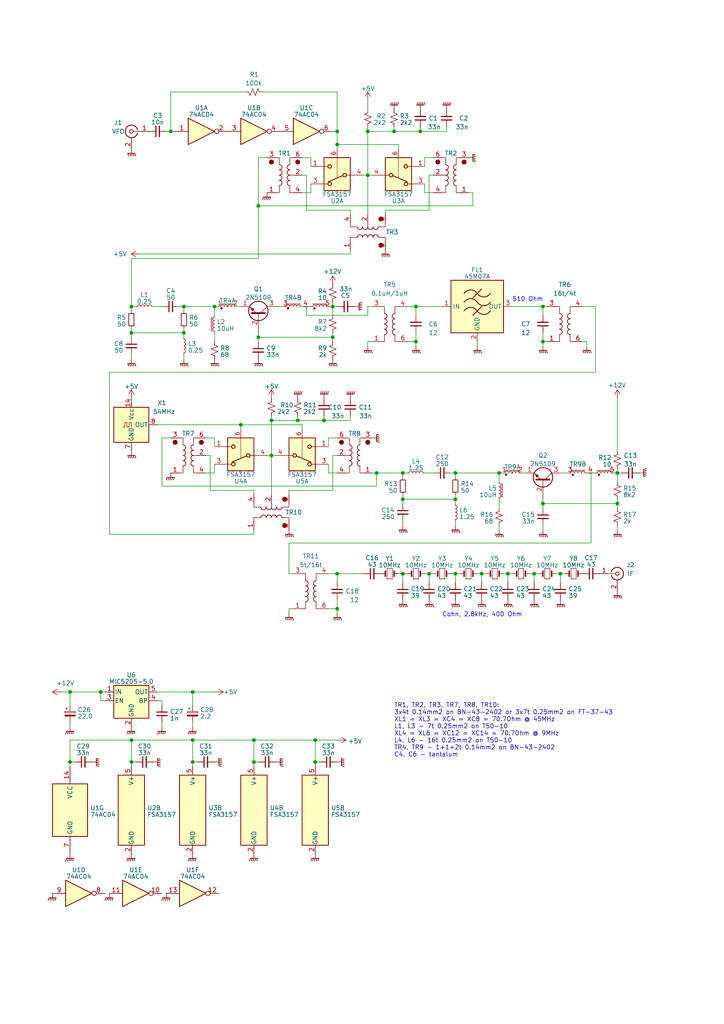
<source format=kicad_sch>
(kicad_sch (version 20230121) (generator eeschema)
  (paper "A4" portrait)
  (junction (at 29.21 200.66))
  (junction (at 116.84 137.16))
  (junction (at 97.79 166.37))
  (junction (at 91.44 220.98))
  (junction (at 106.68 50.8))
  (junction (at 179.07 146.05))
  (junction (at 179.07 137.16))
  (junction (at 162.56 166.37))
  (junction (at 109.22 137.16))
  (junction (at 97.79 41.91))
  (junction (at 62.23 88.9))
  (junction (at 93.98 121.92))
  (junction (at 78.74 121.92))
  (junction (at 157.48 99.06))
  (junction (at 97.79 176.53))
  (junction (at 132.08 137.16))
  (junction (at 38.1 220.98))
  (junction (at 38.1 96.52))
  (junction (at 49.53 38.1))
  (junction (at 74.93 59.69))
  (junction (at 20.32 200.66))
  (junction (at 20.32 220.98))
  (junction (at 132.08 144.78))
  (junction (at 55.88 200.66))
  (junction (at 116.84 144.78))
  (junction (at 106.68 38.1))
  (junction (at 144.78 137.16))
  (junction (at 114.3 38.1))
  (junction (at 78.74 132.08))
  (junction (at 120.65 88.9))
  (junction (at 139.7 166.37))
  (junction (at 86.36 121.92))
  (junction (at 91.44 214.63))
  (junction (at 96.52 88.9))
  (junction (at 157.48 146.05))
  (junction (at 38.1 214.63))
  (junction (at 73.66 220.98))
  (junction (at 116.84 166.37))
  (junction (at 55.88 214.63))
  (junction (at 121.92 38.1))
  (junction (at 53.34 88.9))
  (junction (at 97.79 38.1))
  (junction (at 157.48 88.9))
  (junction (at 154.94 166.37))
  (junction (at 38.1 88.9))
  (junction (at 74.93 97.79))
  (junction (at 73.66 214.63))
  (junction (at 132.08 166.37))
  (junction (at 96.52 97.79))
  (junction (at 147.32 166.37))
  (junction (at 69.85 123.19))
  (junction (at 124.46 166.37))
  (junction (at 120.65 99.06))
  (junction (at 53.34 96.52))
  (junction (at 55.88 220.98))
  (wire (pts (xy 48.26 38.1) (xy 49.53 38.1)))
  (wire (pts (xy 38.1 214.63) (xy 38.1 220.98)))
  (wire (pts (xy 59.69 137.16) (xy 62.23 137.16)))
  (wire (pts (xy 116.84 166.37) (xy 118.11 166.37)))
  (wire (pts (xy 97.79 38.1) (xy 96.52 38.1)))
  (wire (pts (xy 106.68 50.8) (xy 106.68 62.23)))
  (wire (pts (xy 38.1 220.98) (xy 39.37 220.98)))
  (wire (pts (xy 90.17 45.72) (xy 90.17 48.26)))
  (wire (pts (xy 115.57 166.37) (xy 116.84 166.37)))
  (wire (pts (xy 46.99 127) (xy 46.99 140.97)))
  (wire (pts (xy 168.91 88.9) (xy 172.72 88.9)))
  (wire (pts (xy 55.88 200.66) (xy 62.23 200.66)))
  (wire (pts (xy 97.79 88.9) (xy 96.52 88.9)))
  (wire (pts (xy 85.09 176.53) (xy 83.82 176.53)))
  (wire (pts (xy 55.88 214.63) (xy 55.88 220.98)))
  (wire (pts (xy 55.88 200.66) (xy 55.88 204.47)))
  (wire (pts (xy 157.48 88.9) (xy 158.75 88.9)))
  (wire (pts (xy 97.79 166.37) (xy 97.79 168.91)))
  (wire (pts (xy 83.82 143.51) (xy 83.82 142.24)))
  (wire (pts (xy 157.48 96.52) (xy 157.48 99.06)))
  (wire (pts (xy 87.63 55.88) (xy 90.17 55.88)))
  (wire (pts (xy 74.93 97.79) (xy 96.52 97.79)))
  (wire (pts (xy 88.9 88.9) (xy 88.9 91.44)))
  (wire (pts (xy 123.19 166.37) (xy 124.46 166.37)))
  (wire (pts (xy 114.3 36.83) (xy 114.3 38.1)))
  (wire (pts (xy 107.95 50.8) (xy 106.68 50.8)))
  (wire (pts (xy 31.75 107.95) (xy 31.75 154.94)))
  (wire (pts (xy 53.34 104.14) (xy 53.34 102.87)))
  (wire (pts (xy 62.23 99.06) (xy 62.23 96.52)))
  (wire (pts (xy 74.93 74.93) (xy 38.1 74.93)))
  (wire (pts (xy 97.79 137.16) (xy 95.25 137.16)))
  (wire (pts (xy 139.7 166.37) (xy 140.97 166.37)))
  (wire (pts (xy 96.52 97.79) (xy 96.52 99.06)))
  (wire (pts (xy 17.78 200.66) (xy 20.32 200.66)))
  (wire (pts (xy 73.66 220.98) (xy 74.93 220.98)))
  (wire (pts (xy 20.32 200.66) (xy 20.32 204.47)))
  (wire (pts (xy 157.48 88.9) (xy 157.48 91.44)))
  (wire (pts (xy 39.37 88.9) (xy 38.1 88.9)))
  (wire (pts (xy 116.84 137.16) (xy 116.84 138.43)))
  (wire (pts (xy 120.65 96.52) (xy 120.65 99.06)))
  (wire (pts (xy 73.66 214.63) (xy 73.66 220.98)))
  (wire (pts (xy 97.79 166.37) (xy 105.41 166.37)))
  (wire (pts (xy 86.36 121.92) (xy 93.98 121.92)))
  (wire (pts (xy 118.11 99.06) (xy 120.65 99.06)))
  (wire (pts (xy 118.11 88.9) (xy 120.65 88.9)))
  (wire (pts (xy 91.44 214.63) (xy 97.79 214.63)))
  (wire (pts (xy 101.6 60.96) (xy 101.6 62.23)))
  (wire (pts (xy 38.1 96.52) (xy 38.1 97.79)))
  (wire (pts (xy 120.65 88.9) (xy 120.65 91.44)))
  (wire (pts (xy 31.75 154.94) (xy 73.66 154.94)))
  (wire (pts (xy 59.69 127) (xy 62.23 127)))
  (wire (pts (xy 60.96 132.08) (xy 60.96 142.24)))
  (wire (pts (xy 106.68 29.21) (xy 106.68 31.75)))
  (wire (pts (xy 157.48 99.06) (xy 158.75 99.06)))
  (wire (pts (xy 123.19 45.72) (xy 123.19 48.26)))
  (wire (pts (xy 83.82 157.48) (xy 171.45 157.48)))
  (wire (pts (xy 90.17 53.34) (xy 90.17 55.88)))
  (wire (pts (xy 162.56 166.37) (xy 162.56 168.91)))
  (wire (pts (xy 132.08 137.16) (xy 132.08 138.43)))
  (wire (pts (xy 83.82 142.24) (xy 96.52 142.24)))
  (wire (pts (xy 38.1 74.93) (xy 38.1 88.9)))
  (wire (pts (xy 106.68 88.9) (xy 107.95 88.9)))
  (wire (pts (xy 111.76 62.23) (xy 111.76 60.96)))
  (wire (pts (xy 121.92 38.1) (xy 129.54 38.1)))
  (wire (pts (xy 97.79 41.91) (xy 115.57 41.91)))
  (wire (pts (xy 95.25 134.62) (xy 95.25 137.16)))
  (wire (pts (xy 68.58 88.9) (xy 69.85 88.9)))
  (wire (pts (xy 49.53 38.1) (xy 50.8 38.1)))
  (wire (pts (xy 45.72 123.19) (xy 69.85 123.19)))
  (wire (pts (xy 53.34 88.9) (xy 53.34 90.17)))
  (wire (pts (xy 109.22 137.16) (xy 109.22 140.97)))
  (wire (pts (xy 78.74 132.08) (xy 78.74 143.51)))
  (wire (pts (xy 154.94 166.37) (xy 156.21 166.37)))
  (wire (pts (xy 146.05 166.37) (xy 147.32 166.37)))
  (wire (pts (xy 53.34 88.9) (xy 62.23 88.9)))
  (wire (pts (xy 148.59 88.9) (xy 157.48 88.9)))
  (wire (pts (xy 93.98 121.92) (xy 93.98 120.65)))
  (wire (pts (xy 157.48 146.05) (xy 179.07 146.05)))
  (wire (pts (xy 168.91 99.06) (xy 170.18 99.06)))
  (wire (pts (xy 30.48 203.2) (xy 29.21 203.2)))
  (wire (pts (xy 153.67 166.37) (xy 154.94 166.37)))
  (wire (pts (xy 74.93 59.69) (xy 137.16 59.69)))
  (wire (pts (xy 132.08 152.4) (xy 132.08 151.13)))
  (wire (pts (xy 97.79 41.91) (xy 97.79 43.18)))
  (wire (pts (xy 116.84 166.37) (xy 116.84 168.91)))
  (wire (pts (xy 179.07 144.78) (xy 179.07 146.05)))
  (wire (pts (xy 179.07 135.89) (xy 179.07 137.16)))
  (wire (pts (xy 74.93 97.79) (xy 74.93 99.06)))
  (wire (pts (xy 106.68 99.06) (xy 106.68 100.33)))
  (wire (pts (xy 87.63 50.8) (xy 88.9 50.8)))
  (wire (pts (xy 46.99 209.55) (xy 46.99 210.82)))
  (wire (pts (xy 101.6 121.92) (xy 101.6 120.65)))
  (wire (pts (xy 76.2 26.67) (xy 97.79 26.67)))
  (wire (pts (xy 116.84 144.78) (xy 132.08 144.78)))
  (wire (pts (xy 95.25 127) (xy 95.25 129.54)))
  (wire (pts (xy 49.53 127) (xy 46.99 127)))
  (wire (pts (xy 106.68 38.1) (xy 114.3 38.1)))
  (wire (pts (xy 29.21 200.66) (xy 30.48 200.66)))
  (wire (pts (xy 52.07 88.9) (xy 53.34 88.9)))
  (wire (pts (xy 96.52 132.08) (xy 97.79 132.08)))
  (wire (pts (xy 73.66 153.67) (xy 73.66 154.94)))
  (wire (pts (xy 123.19 53.34) (xy 123.19 55.88)))
  (wire (pts (xy 130.81 137.16) (xy 132.08 137.16)))
  (wire (pts (xy 96.52 88.9) (xy 96.52 91.44)))
  (wire (pts (xy 132.08 166.37) (xy 133.35 166.37)))
  (wire (pts (xy 71.12 26.67) (xy 49.53 26.67)))
  (wire (pts (xy 78.74 121.92) (xy 78.74 132.08)))
  (wire (pts (xy 125.73 45.72) (xy 123.19 45.72)))
  (wire (pts (xy 53.34 95.25) (xy 53.34 96.52)))
  (wire (pts (xy 124.46 50.8) (xy 125.73 50.8)))
  (wire (pts (xy 179.07 153.67) (xy 179.07 152.4)))
  (wire (pts (xy 157.48 146.05) (xy 157.48 147.32)))
  (wire (pts (xy 62.23 134.62) (xy 62.23 137.16)))
  (wire (pts (xy 38.1 95.25) (xy 38.1 96.52)))
  (wire (pts (xy 96.52 132.08) (xy 96.52 142.24)))
  (wire (pts (xy 93.98 121.92) (xy 101.6 121.92)))
  (wire (pts (xy 91.44 220.98) (xy 92.71 220.98)))
  (wire (pts (xy 147.32 166.37) (xy 147.32 168.91)))
  (wire (pts (xy 29.21 200.66) (xy 29.21 203.2)))
  (wire (pts (xy 132.08 166.37) (xy 132.08 168.91)))
  (wire (pts (xy 83.82 157.48) (xy 83.82 166.37)))
  (wire (pts (xy 106.68 91.44) (xy 106.68 88.9)))
  (wire (pts (xy 172.72 88.9) (xy 172.72 107.95)))
  (wire (pts (xy 116.84 144.78) (xy 116.84 146.05)))
  (wire (pts (xy 170.18 99.06) (xy 170.18 100.33)))
  (wire (pts (xy 144.78 137.16) (xy 144.78 139.7)))
  (wire (pts (xy 177.8 137.16) (xy 179.07 137.16)))
  (wire (pts (xy 115.57 41.91) (xy 115.57 43.18)))
  (wire (pts (xy 86.36 120.65) (xy 86.36 121.92)))
  (wire (pts (xy 45.72 200.66) (xy 55.88 200.66)))
  (wire (pts (xy 69.85 123.19) (xy 69.85 124.46)))
  (wire (pts (xy 78.74 132.08) (xy 77.47 132.08)))
  (wire (pts (xy 62.23 88.9) (xy 62.23 91.44)))
  (wire (pts (xy 161.29 166.37) (xy 162.56 166.37)))
  (wire (pts (xy 144.78 137.16) (xy 146.05 137.16)))
  (wire (pts (xy 74.93 45.72) (xy 74.93 59.69)))
  (wire (pts (xy 124.46 50.8) (xy 124.46 60.96)))
  (wire (pts (xy 46.99 140.97) (xy 109.22 140.97)))
  (wire (pts (xy 106.68 38.1) (xy 106.68 50.8)))
  (wire (pts (xy 179.07 146.05) (xy 179.07 147.32)))
  (wire (pts (xy 101.6 73.66) (xy 101.6 72.39)))
  (wire (pts (xy 45.72 203.2) (xy 46.99 203.2)))
  (wire (pts (xy 157.48 144.78) (xy 157.48 146.05)))
  (wire (pts (xy 20.32 200.66) (xy 29.21 200.66)))
  (wire (pts (xy 91.44 214.63) (xy 91.44 220.98)))
  (wire (pts (xy 80.01 88.9) (xy 82.55 88.9)))
  (wire (pts (xy 106.68 50.8) (xy 105.41 50.8)))
  (wire (pts (xy 40.64 73.66) (xy 101.6 73.66)))
  (wire (pts (xy 118.11 137.16) (xy 116.84 137.16)))
  (wire (pts (xy 107.95 137.16) (xy 109.22 137.16)))
  (wire (pts (xy 63.5 88.9) (xy 62.23 88.9)))
  (wire (pts (xy 49.53 26.67) (xy 49.53 38.1)))
  (wire (pts (xy 157.48 153.67) (xy 157.48 152.4)))
  (wire (pts (xy 55.88 214.63) (xy 38.1 214.63)))
  (wire (pts (xy 124.46 166.37) (xy 124.46 168.91)))
  (wire (pts (xy 20.32 220.98) (xy 21.59 220.98)))
  (wire (pts (xy 95.25 166.37) (xy 97.79 166.37)))
  (wire (pts (xy 116.84 143.51) (xy 116.84 144.78)))
  (wire (pts (xy 96.52 87.63) (xy 96.52 88.9)))
  (wire (pts (xy 20.32 210.82) (xy 20.32 209.55)))
  (wire (pts (xy 74.93 96.52) (xy 74.93 97.79)))
  (wire (pts (xy 139.7 166.37) (xy 139.7 168.91)))
  (wire (pts (xy 95.25 88.9) (xy 96.52 88.9)))
  (wire (pts (xy 73.66 220.98) (xy 73.66 222.25)))
  (wire (pts (xy 132.08 144.78) (xy 132.08 146.05)))
  (wire (pts (xy 77.47 45.72) (xy 74.93 45.72)))
  (wire (pts (xy 111.76 60.96) (xy 124.46 60.96)))
  (wire (pts (xy 106.68 36.83) (xy 106.68 38.1)))
  (wire (pts (xy 144.78 153.67) (xy 144.78 152.4)))
  (wire (pts (xy 44.45 88.9) (xy 46.99 88.9)))
  (wire (pts (xy 62.23 127) (xy 62.23 129.54)))
  (wire (pts (xy 154.94 166.37) (xy 154.94 168.91)))
  (wire (pts (xy 31.75 107.95) (xy 172.72 107.95)))
  (wire (pts (xy 179.07 137.16) (xy 179.07 139.7)))
  (wire (pts (xy 120.65 88.9) (xy 128.27 88.9)))
  (wire (pts (xy 88.9 91.44) (xy 106.68 91.44)))
  (wire (pts (xy 171.45 137.16) (xy 171.45 157.48)))
  (wire (pts (xy 83.82 166.37) (xy 85.09 166.37)))
  (wire (pts (xy 97.79 127) (xy 95.25 127)))
  (wire (pts (xy 179.07 115.57) (xy 179.07 130.81)))
  (wire (pts (xy 97.79 26.67) (xy 97.79 38.1)))
  (wire (pts (xy 73.66 142.24) (xy 73.66 143.51)))
  (wire (pts (xy 138.43 99.06) (xy 138.43 100.33)))
  (wire (pts (xy 78.74 121.92) (xy 86.36 121.92)))
  (wire (pts (xy 83.82 176.53) (xy 83.82 177.8)))
  (wire (pts (xy 20.32 220.98) (xy 20.32 222.25)))
  (wire (pts (xy 121.92 38.1) (xy 121.92 36.83)))
  (wire (pts (xy 38.1 104.14) (xy 38.1 102.87)))
  (wire (pts (xy 95.25 176.53) (xy 97.79 176.53)))
  (wire (pts (xy 132.08 137.16) (xy 144.78 137.16)))
  (wire (pts (xy 20.32 214.63) (xy 38.1 214.63)))
  (wire (pts (xy 88.9 50.8) (xy 88.9 60.96)))
  (wire (pts (xy 38.1 88.9) (xy 38.1 90.17)))
  (wire (pts (xy 129.54 38.1) (xy 129.54 36.83)))
  (wire (pts (xy 80.01 132.08) (xy 78.74 132.08)))
  (wire (pts (xy 78.74 120.65) (xy 78.74 121.92)))
  (wire (pts (xy 116.84 152.4) (xy 116.84 151.13)))
  (wire (pts (xy 120.65 99.06) (xy 120.65 100.33)))
  (wire (pts (xy 135.89 55.88) (xy 137.16 55.88)))
  (wire (pts (xy 125.73 55.88) (xy 123.19 55.88)))
  (wire (pts (xy 73.66 214.63) (xy 91.44 214.63)))
  (wire (pts (xy 162.56 166.37) (xy 163.83 166.37)))
  (wire (pts (xy 179.07 137.16) (xy 180.34 137.16)))
  (wire (pts (xy 87.63 123.19) (xy 87.63 124.46)))
  (wire (pts (xy 97.79 176.53) (xy 97.79 177.8)))
  (wire (pts (xy 123.19 137.16) (xy 125.73 137.16)))
  (wire (pts (xy 87.63 45.72) (xy 90.17 45.72)))
  (wire (pts (xy 38.1 220.98) (xy 38.1 222.25)))
  (wire (pts (xy 55.88 220.98) (xy 55.88 222.25)))
  (wire (pts (xy 138.43 166.37) (xy 139.7 166.37)))
  (wire (pts (xy 91.44 220.98) (xy 91.44 222.25)))
  (wire (pts (xy 109.22 137.16) (xy 116.84 137.16)))
  (wire (pts (xy 20.32 214.63) (xy 20.32 220.98)))
  (wire (pts (xy 107.95 99.06) (xy 106.68 99.06)))
  (wire (pts (xy 157.48 99.06) (xy 157.48 100.33)))
  (wire (pts (xy 137.16 55.88) (xy 137.16 59.69)))
  (wire (pts (xy 60.96 142.24) (xy 73.66 142.24)))
  (wire (pts (xy 55.88 214.63) (xy 73.66 214.63)))
  (wire (pts (xy 53.34 96.52) (xy 53.34 97.79)))
  (wire (pts (xy 46.99 203.2) (xy 46.99 204.47)))
  (wire (pts (xy 97.79 38.1) (xy 97.79 41.91)))
  (wire (pts (xy 38.1 96.52) (xy 53.34 96.52)))
  (wire (pts (xy 74.93 59.69) (xy 74.93 74.93)))
  (wire (pts (xy 97.79 173.99) (xy 97.79 176.53)))
  (wire (pts (xy 114.3 38.1) (xy 121.92 38.1)))
  (wire (pts (xy 88.9 60.96) (xy 101.6 60.96)))
  (wire (pts (xy 59.69 132.08) (xy 60.96 132.08)))
  (wire (pts (xy 144.78 147.32) (xy 144.78 144.78)))
  (wire (pts (xy 96.52 96.52) (xy 96.52 97.79)))
  (wire (pts (xy 151.13 137.16) (xy 152.4 137.16)))
  (wire (pts (xy 132.08 143.51) (xy 132.08 144.78)))
  (wire (pts (xy 69.85 123.19) (xy 87.63 123.19)))
  (wire (pts (xy 124.46 166.37) (xy 125.73 166.37)))
  (wire (pts (xy 55.88 220.98) (xy 57.15 220.98)))
  (wire (pts (xy 162.56 137.16) (xy 165.1 137.16)))
  (wire (pts (xy 130.81 166.37) (xy 132.08 166.37)))
  (wire (pts (xy 147.32 166.37) (xy 148.59 166.37)))
  (wire (pts (xy 55.88 209.55) (xy 55.88 210.82)))
  (text "Cohn, 2.8kHz, 400 Ohm" (at 128.27 179.07 0) (effects (font (size 1.27 1.27)) (justify left bottom)))
  (text "510 Ohm" (at 148.59 87.63 0) (effects (font (size 1.27 1.27)) (justify left bottom)))
  (text "TR1, TR2, TR3, TR7, TR8, TR10:\n3x4t 0.14mm2 on BN-43-2402 or 3x7t 0.25mm2 on FT-37-43\nXL1 = XL3 = XC4 = XC8 = 70.7Ohm @ 45MHz\nL1, L3 - 7t 0.25mm2 on T50-10\nXL4 = XL6 = XC12 = XC14 = 70.7Ohm @ 9MHz\nL4, L6 - 16t 0.25mm2 on T50-10\nTR4, TR9 - 1+1+2t 0.14mm2 on BN-43-2402\nC4, C6 - tantalum" (at 114.3 219.71 0) (effects (font (size 1.27 1.27)) (justify left bottom)))
  (symbol (lib_id "Analog_Switch:FSA3157P6X") (at 73.66 234.95 0) (unit 2)
    (property "Reference" "U4" (at 78.232 234.3063 0) (effects (justify left)))
    (property "Value" "FSA3157" (at 78.232 236.2273 0) (effects (justify left)))
    (property "Footprint" "Package_TO_SOT_SMD:SOT-363_SC-70-6" (effects hide))
    (property "Datasheet" "https://www.onsemi.com/pub/Collateral/NC7SB3157-D.PDF" (effects hide))
  )
  (symbol (lib_id "power:GNDPWR") (at 48.26 259.08 0) (unit 1)
    (property "Reference" "#PWR067" (effects hide))
    (property "Value" "GNDPWR" (effects hide))
  )
  (symbol (lib_id "Device:Crystal_Small") (at 113.03 166.37 0) (unit 1)
    (property "Reference" "Y1" (at 113.03 161.9631 0))
    (property "Value" "10MHz" (at 113.03 163.8841 0))
  )
  (symbol (lib_id "power:GNDPWR") (at 15.24 259.08 0) (unit 1)
    (property "Reference" "#PWR065" (effects hide))
    (property "Value" "GNDPWR" (effects hide))
  )
  (symbol (lib_id "power:GNDPWR") (at 73.66 247.65 0) (unit 1)
    (property "Reference" "#PWR063" (effects hide))
    (property "Value" "GNDPWR" (effects hide))
  )
  (symbol (lib_id "power:GNDPWR") (at 97.79 177.8 0) (mirror y) (unit 1)
    (property "Reference" "#PWR047" (effects hide))
    (property "Value" "GNDPWR" (effects hide))
  )
  (symbol (lib_id "Device:R_Small") (at 53.34 92.71 0) (mirror y) (unit 1)
    (property "Reference" "R6" (at 54.8386 92.0663 0) (effects (justify right)))
    (property "Value" "50" (at 54.8386 93.9873 0) (effects (justify right)))
  )
  (symbol (lib_id "Device:C_Small") (at 128.27 137.16 90) (mirror x) (unit 1)
    (property "Reference" "C12" (at 128.2763 132.588 90))
    (property "Value" "250" (at 128.2763 134.509 90))
  )
  (symbol (lib_id "power:GNDPWR") (at 157.48 153.67 0) (mirror y) (unit 1)
    (property "Reference" "#PWR036" (effects hide))
    (property "Value" "GNDPWR" (effects hide))
  )
  (symbol (lib_id "power:GNDPWR") (at 53.34 104.14 0) (mirror y) (unit 1)
    (property "Reference" "#PWR018" (effects hide))
    (property "Value" "GNDPWR" (effects hide))
  )
  (symbol (lib_id "74xx:74HC04") (at 55.88 259.08 0) (unit 6)
    (property "Reference" "U1" (at 55.88 252.2601 0))
    (property "Value" "74AC04" (at 55.88 254.1811 0))
    (property "Datasheet" "https://assets.nexperia.com/documents/data-sheet/74HC_HCT04.pdf" (effects hide))
  )
  (symbol (lib_id "power:GNDPWR") (at 20.32 210.82 0) (unit 1)
    (property "Reference" "#PWR050" (effects hide))
    (property "Value" "GNDPWR" (effects hide))
  )
  (symbol (lib_id "74xx:74HC04") (at 73.66 38.1 0) (unit 2)
    (property "Reference" "U1" (at 73.66 31.2801 0))
    (property "Value" "74AC04" (at 73.66 33.2011 0))
    (property "Datasheet" "https://assets.nexperia.com/documents/data-sheet/74HC_HCT04.pdf" (effects hide))
  )
  (symbol (lib_id "power:GNDPWR") (at 74.93 104.14 0) (mirror y) (unit 1)
    (property "Reference" "#PWR020" (effects hide))
    (property "Value" "GNDPWR" (effects hide))
  )
  (symbol (lib_id "power:GNDPWR") (at 55.88 210.82 0) (unit 1)
    (property "Reference" "#PWR053" (effects hide))
    (property "Value" "GNDPWR" (effects hide))
  )
  (symbol (lib_id "power:GNDPWR") (at 86.36 115.57 180) (unit 1)
    (property "Reference" "#PWR024" (effects hide))
    (property "Value" "GNDPWR" (effects hide))
  )
  (symbol (lib_name "+5V_3") (lib_id "power:+5V") (at 40.64 73.66 90) (mirror x) (unit 1)
    (property "Reference" "#PWR09" (effects hide))
    (property "Value" "Mixer" (at 36.83 73.66 90) (effects (justify left)))
  )
  (symbol (lib_id "power:GNDPWR") (at 83.82 177.8 0) (mirror y) (unit 1)
    (property "Reference" "#PWR046" (effects hide))
    (property "Value" "GNDPWR" (effects hide))
  )
  (symbol (lib_id "power:GNDPWR") (at 179.07 171.45 0) (mirror y) (unit 1)
    (property "Reference" "#PWR038" (effects hide))
    (property "Value" "GNDPWR" (effects hide))
  )
  (symbol (lib_id "Device:R_Small_US") (at 179.07 142.24 0) (unit 1)
    (property "Reference" "R15" (at 180.721 141.5963 0) (effects (justify left)))
    (property "Value" "8k2" (at 180.721 143.5173 0) (effects (justify left)))
  )
  (symbol (lib_id "Oscillator:ACO-xxxMHz") (at 38.1 123.19 0) (unit 1)
    (property "Reference" "X1" (at 48.26 116.84 0) (effects (justify right)))
    (property "Value" "54MHz" (at 50.8 119.38 0) (effects (justify right)))
    (property "Footprint" "Oscillator:Oscillator_DIP-14" (effects hide))
    (property "Datasheet" "http://www.conwin.com/datasheets/cx/cx030.pdf" (effects hide))
  )
  (symbol (lib_id "Device:Crystal_Small") (at 143.51 166.37 0) (unit 1)
    (property "Reference" "Y5" (at 143.51 161.9631 0))
    (property "Value" "10MHz" (at 143.51 163.8841 0))
  )
  (symbol (lib_id "power:GNDPWR") (at 55.88 247.65 0) (unit 1)
    (property "Reference" "#PWR062" (effects hide))
    (property "Value" "GNDPWR" (effects hide))
  )
  (symbol (lib_id "Device:L_Ferrite_Small") (at 144.78 142.24 0) (mirror x) (unit 1)
    (property "Reference" "L5" (at 144.1451 141.5963 0) (effects (justify right)))
    (property "Value" "10uH" (at 144.1451 143.5173 0) (effects (justify right)))
  )
  (symbol (lib_id "power:GNDPWR") (at 154.94 173.99 0) (mirror y) (unit 1)
    (property "Reference" "#PWR044" (effects hide))
    (property "Value" "GNDPWR" (effects hide))
  )
  (symbol (lib_id "power:GNDPWR") (at 80.01 220.98 90) (unit 1)
    (property "Reference" "#PWR058" (effects hide))
    (property "Value" "GNDPWR" (effects hide))
  )
  (symbol (lib_id "Device:C_Small") (at 116.84 148.59 0) (unit 1)
    (property "Reference" "C14" (at 114.5159 147.9526 0) (effects (justify right)))
    (property "Value" "250" (at 114.5159 149.8736 0) (effects (justify right)))
  )
  (symbol (lib_id "Device:R_Small_US") (at 114.3 34.29 0) (unit 1)
    (property "Reference" "R3" (at 115.951 33.6463 0) (effects (justify left)))
    (property "Value" "2k2" (at 115.951 35.5673 0) (effects (justify left)))
  )
  (symbol (lib_id "Device:Crystal_Small") (at 151.13 166.37 0) (unit 1)
    (property "Reference" "Y6" (at 151.13 161.9631 0))
    (property "Value" "10MHz" (at 151.13 163.8841 0))
  )
  (symbol (lib_id "RF_Filter:BFCN-1560") (at 138.43 88.9 0) (unit 1)
    (property "Reference" "FL1" (at 138.43 78.2701 0))
    (property "Value" "45M07A" (at 138.43 80.1911 0))
    (property "Footprint" "Filter:Filter_Mini-Circuits_FV1206-1" (effects hide))
    (property "Datasheet" "https://www.minicircuits.com/pdfs/BFCN-1560+.pdf" (effects hide))
  )
  (symbol (lib_id "Device:C_Small") (at 77.47 220.98 90) (unit 1)
    (property "Reference" "C32" (at 77.4763 216.408 90))
    (property "Value" "33n" (at 77.4763 218.329 90))
  )
  (symbol (lib_id "74xx:74HC04") (at 22.86 259.08 0) (unit 4)
    (property "Reference" "U1" (at 22.86 252.2601 0))
    (property "Value" "74AC04" (at 22.86 254.1811 0))
    (property "Datasheet" "https://assets.nexperia.com/documents/data-sheet/74HC_HCT04.pdf" (effects hide))
  )
  (symbol (lib_id "Device:C_Small") (at 132.08 171.45 0) (unit 1)
    (property "Reference" "C21" (at 134.4041 170.8126 0) (effects (justify left)))
    (property "Value" "43" (at 134.4041 172.7336 0) (effects (justify left)))
  )
  (symbol (lib_id "power:+12V") (at 179.07 115.57 0) (mirror y) (unit 1)
    (property "Reference" "#PWR027" (effects hide))
    (property "Value" "+13.8V" (at 181.61 111.76 0) (effects (justify left)))
  )
  (symbol (lib_id "power:GNDPWR") (at 26.67 220.98 90) (unit 1)
    (property "Reference" "#PWR055" (effects hide))
    (property "Value" "GNDPWR" (effects hide))
  )
  (symbol (lib_id "Transistor_BJT:2N2219") (at 74.93 91.44 270) (mirror x) (unit 1)
    (property "Reference" "Q1" (at 74.93 83.82 90))
    (property "Value" "2N5109" (at 74.93 86.2617 90))
    (property "Footprint" "Package_TO_SOT_THT:TO-39-3" (effects hide))
    (property "Datasheet" "http://www.onsemi.com/pub_link/Collateral/2N2219-D.PDF" (effects hide))
  )
  (symbol (lib_id "power:GNDPWR") (at 31.75 259.08 0) (unit 1)
    (property "Reference" "#PWR066" (effects hide))
    (property "Value" "GNDPWR" (effects hide))
  )
  (symbol (lib_id "power:GNDPWR") (at 157.48 100.33 0) (mirror y) (unit 1)
    (property "Reference" "#PWR015" (effects hide))
    (property "Value" "GNDPWR" (effects hide))
  )
  (symbol (lib_id "74xx:74HC04") (at 88.9 38.1 0) (unit 3)
    (property "Reference" "U1" (at 88.9 31.2801 0))
    (property "Value" "74AC04" (at 88.9 33.2011 0))
    (property "Datasheet" "https://assets.nexperia.com/documents/data-sheet/74HC_HCT04.pdf" (effects hide))
  )
  (symbol (lib_id "power:+5V") (at 106.68 29.21 0) (unit 1)
    (property "Reference" "#PWR01" (effects hide))
    (property "Value" "+5V" (at 106.68 25.7081 0))
  )
  (symbol (lib_id "Analog_Switch:FSA3157P6X") (at 55.88 234.95 0) (unit 2)
    (property "Reference" "U3" (at 60.452 234.3063 0) (effects (justify left)))
    (property "Value" "FSA3157" (at 60.452 236.2273 0) (effects (justify left)))
    (property "Footprint" "Package_TO_SOT_SMD:SOT-363_SC-70-6" (effects hide))
    (property "Datasheet" "https://www.onsemi.com/pub/Collateral/NC7SB3157-D.PDF" (effects hide))
  )
  (symbol (lib_id "Device:R_Small_US") (at 73.66 26.67 90) (mirror x) (unit 1)
    (property "Reference" "R1" (at 72.39 21.59 90) (effects (justify right)))
    (property "Value" "100k" (at 71.12 24.13 90) (effects (justify right)))
  )
  (symbol (lib_id "power:GNDPWR") (at 135.89 45.72 90) (unit 1)
    (property "Reference" "#PWR06" (effects hide))
    (property "Value" "GNDPWR" (effects hide))
  )
  (symbol (lib_id "Transformer:ADT1-1WT") (at 78.74 148.59 270) (mirror x) (unit 1)
    (property "Reference" "TR10" (at 87.63 148.59 90) (effects (justify right)))
    (property "Value" "ADT1-1WT" (effects hide))
    (property "Footprint" "RF_Mini-Circuits:Mini-Circuits_CD542_H2.84mm" (effects hide))
    (property "Datasheet" "https://www.minicircuits.com/pdfs/ADT1-1WT.pdf" (effects hide))
  )
  (symbol (lib_id "power:GNDPWR") (at 106.68 100.33 0) (mirror y) (unit 1)
    (property "Reference" "#PWR012" (effects hide))
    (property "Value" "GNDPWR" (effects hide))
  )
  (symbol (lib_id "Device:C_Small") (at 45.72 38.1 90) (mirror x) (unit 1)
    (property "Reference" "C3" (at 45.7263 33.528 90))
    (property "Value" "10n" (at 45.7263 35.449 90))
  )
  (symbol (lib_id "Device:L_Small") (at 53.34 100.33 0) (unit 1)
    (property "Reference" "L3" (at 54.4808 99.6863 0) (effects (justify left)))
    (property "Value" "0.25" (at 54.4808 101.6073 0) (effects (justify left)))
  )
  (symbol (lib_id "power:GNDPWR") (at 114.3 31.75 180) (unit 1)
    (property "Reference" "#PWR02" (effects hide))
    (property "Value" "GNDPWR" (effects hide))
  )
  (symbol (lib_id "74xx:74HC04") (at 20.32 234.95 0) (unit 7)
    (property "Reference" "U1" (at 26.162 234.3063 0) (effects (justify left)))
    (property "Value" "74AC04" (at 26.162 236.2273 0) (effects (justify left)))
    (property "Datasheet" "https://assets.nexperia.com/documents/data-sheet/74HC_HCT04.pdf" (effects hide))
  )
  (symbol (lib_id "power:GNDPWR") (at 44.45 220.98 90) (unit 1)
    (property "Reference" "#PWR056" (effects hide))
    (property "Value" "GNDPWR" (effects hide))
  )
  (symbol (lib_id "power:GNDPWR") (at 83.82 153.67 0) (mirror y) (unit 1)
    (property "Reference" "#PWR034" (effects hide))
    (property "Value" "GNDPWR" (effects hide))
  )
  (symbol (lib_id "Device:C_Small") (at 93.98 118.11 0) (mirror x) (unit 1)
    (property "Reference" "C10" (at 99.06 118.11 0) (effects (justify right)))
    (property "Value" "33n" (at 99.89 120.65 0) (effects (justify right)))
  )
  (symbol (lib_id "Device:C_Small") (at 124.46 171.45 0) (unit 1)
    (property "Reference" "C20" (at 126.7841 170.8126 0) (effects (justify left)))
    (property "Value" "43" (at 126.7841 172.7336 0) (effects (justify left)))
  )
  (symbol (lib_id "Device:R_Small_US") (at 96.52 101.6 0) (mirror y) (unit 1)
    (property "Reference" "R9" (at 94.869 100.9563 0) (effects (justify left)))
    (property "Value" "2k" (at 94.869 102.8773 0) (effects (justify left)))
  )
  (symbol (lib_id "Device:C_Small") (at 49.53 88.9 90) (mirror x) (unit 1)
    (property "Reference" "C4" (at 49.5363 84.328 90))
    (property "Value" "50" (at 49.5363 86.249 90))
  )
  (symbol (lib_id "Device:C_Small") (at 120.65 93.98 0) (mirror x) (unit 1)
    (property "Reference" "C6" (at 127 93.98 0) (effects (justify right)))
    (property "Value" "12" (at 127 96.52 0) (effects (justify right)))
  )
  (symbol (lib_id "74xx:74HC04") (at 39.37 259.08 0) (unit 5)
    (property "Reference" "U1" (at 39.37 252.2601 0))
    (property "Value" "74AC04" (at 39.37 254.1811 0))
    (property "Datasheet" "https://assets.nexperia.com/documents/data-sheet/74HC_HCT04.pdf" (effects hide))
  )
  (symbol (lib_id "power:GNDPWR") (at 170.18 100.33 0) (mirror y) (unit 1)
    (property "Reference" "#PWR016" (effects hide))
    (property "Value" "GNDPWR" (effects hide))
  )
  (symbol (lib_id "power:GNDPWR") (at 132.08 173.99 0) (mirror y) (unit 1)
    (property "Reference" "#PWR041" (effects hide))
    (property "Value" "GNDPWR" (effects hide))
  )
  (symbol (lib_id "Device:C_Small") (at 116.84 171.45 0) (unit 1)
    (property "Reference" "C19" (at 119.1641 170.8126 0) (effects (justify left)))
    (property "Value" "39" (at 119.1641 172.7336 0) (effects (justify left)))
  )
  (symbol (lib_id "Device:R_Small") (at 132.08 140.97 0) (mirror y) (unit 1)
    (property "Reference" "R14" (at 133.5786 140.3263 0) (effects (justify right)))
    (property "Value" "50" (at 133.5786 142.2473 0) (effects (justify right)))
  )
  (symbol (lib_id "power:GNDPWR") (at 124.46 173.99 0) (mirror y) (unit 1)
    (property "Reference" "#PWR040" (effects hide))
    (property "Value" "GNDPWR" (effects hide))
  )
  (symbol (lib_id "VA3AUI:Transformer_BN") (at 66.04 88.9 0) (unit 1)
    (property "Reference" "TR4" (at 66.04 87.1761 0))
    (property "Value" "~" (at 66.04 88.9 0))
  )
  (symbol (lib_id "Device:C_Polarized_Small") (at 20.32 207.01 0) (unit 1)
    (property "Reference" "C26" (at 22.479 205.8202 0) (effects (justify left)))
    (property "Value" "22.0" (at 22.479 207.7412 0) (effects (justify left)))
  )
  (symbol (lib_id "power:GNDPWR") (at 111.76 72.39 0) (mirror y) (unit 1)
    (property "Reference" "#PWR08" (effects hide))
    (property "Value" "GNDPWR" (effects hide))
  )
  (symbol (lib_id "Analog_Switch:FSA3157P6X") (at 69.85 134.62 180) (unit 1)
    (property "Reference" "U4" (at 69.85 139.5349 0))
    (property "Value" "FSA3157" (at 69.85 137.6139 0))
    (property "Footprint" "Package_TO_SOT_SMD:SOT-363_SC-70-6" (effects hide))
    (property "Datasheet" "https://www.onsemi.com/pub/Collateral/NC7SB3157-D.PDF" (effects hide))
  )
  (symbol (lib_id "VA3AUI:Transformer_BN") (at 88.9 88.9 0) (unit 2)
    (property "Reference" "TR4" (at 85.09 86.36 0))
    (property "Value" "~" (at 88.9 88.9 0))
  )
  (symbol (lib_id "power:GNDPWR") (at 107.95 127 90) (unit 1)
    (property "Reference" "#PWR028" (effects hide))
    (property "Value" "GNDPWR" (effects hide))
  )
  (symbol (lib_id "power:GNDPWR") (at 62.23 220.98 90) (unit 1)
    (property "Reference" "#PWR057" (effects hide))
    (property "Value" "GNDPWR" (effects hide))
  )
  (symbol (lib_id "Device:C_Small") (at 157.48 93.98 180) (unit 1)
    (property "Reference" "C7" (at 151.13 93.98 0) (effects (justify right)))
    (property "Value" "12" (at 151.13 96.52 0) (effects (justify right)))
  )
  (symbol (lib_id "power:GNDPWR") (at 138.43 100.33 0) (mirror y) (unit 1)
    (property "Reference" "#PWR014" (effects hide))
    (property "Value" "GNDPWR" (effects hide))
  )
  (symbol (lib_id "Device:R_Small_US") (at 78.74 118.11 0) (mirror y) (unit 1)
    (property "Reference" "R10" (at 81.28 117.4663 0) (effects (justify right)))
    (property "Value" "2k2" (at 80.391 119.3873 0) (effects (justify right)))
  )
  (symbol (lib_id "Device:L_Small") (at 41.91 88.9 90) (unit 1)
    (property "Reference" "L1" (at 41.91 85.5113 90))
    (property "Value" "0.25" (at 41.91 87.4323 90))
  )
  (symbol (lib_id "power:GNDPWR") (at 97.79 220.98 90) (unit 1)
    (property "Reference" "#PWR059" (effects hide))
    (property "Value" "GNDPWR" (effects hide))
  )
  (symbol (lib_id "Analog_Switch:FSA3157P6X") (at 38.1 234.95 0) (unit 2)
    (property "Reference" "U2" (at 42.672 234.3063 0) (effects (justify left)))
    (property "Value" "FSA3157" (at 42.672 236.2273 0) (effects (justify left)))
    (property "Footprint" "Package_TO_SOT_SMD:SOT-363_SC-70-6" (effects hide))
    (property "Datasheet" "https://www.onsemi.com/pub/Collateral/NC7SB3157-D.PDF" (effects hide))
  )
  (symbol (lib_id "Connector:Conn_Coaxial") (at 38.1 38.1 0) (mirror y) (unit 1)
    (property "Reference" "J1" (at 34.29 35.56 0))
    (property "Value" "VFO" (at 34.29 38.1 0))
    (property "Datasheet" " ~" (effects hide))
  )
  (symbol (lib_id "Device:C_Small") (at 154.94 171.45 0) (unit 1)
    (property "Reference" "C24" (at 157.2641 170.8126 0) (effects (justify left)))
    (property "Value" "43" (at 157.2641 172.7336 0) (effects (justify left)))
  )
  (symbol (lib_id "power:GNDPWR") (at 179.07 153.67 0) (mirror y) (unit 1)
    (property "Reference" "#PWR037" (effects hide))
    (property "Value" "GNDPWR" (effects hide))
  )
  (symbol (lib_id "power:GNDPWR") (at 96.52 104.14 0) (mirror y) (unit 1)
    (property "Reference" "#PWR021" (effects hide))
    (property "Value" "GNDPWR" (effects hide))
  )
  (symbol (lib_id "Device:Crystal_Small") (at 166.37 166.37 0) (unit 1)
    (property "Reference" "Y8" (at 166.37 161.9631 0))
    (property "Value" "10MHz" (at 166.37 163.8841 0))
  )
  (symbol (lib_id "power:GNDPWR") (at 38.1 247.65 0) (unit 1)
    (property "Reference" "#PWR061" (effects hide))
    (property "Value" "GNDPWR" (effects hide))
  )
  (symbol (lib_id "Device:R_Small") (at 38.1 92.71 0) (unit 1)
    (property "Reference" "R5" (at 36.6014 92.0663 0) (effects (justify right)))
    (property "Value" "50" (at 36.6014 93.9873 0) (effects (justify right)))
  )
  (symbol (lib_id "power:GNDPWR") (at 185.42 137.16 90) (mirror x) (unit 1)
    (property "Reference" "#PWR031" (effects hide))
    (property "Value" "GNDPWR" (effects hide))
  )
  (symbol (lib_id "Device:R_Small_US") (at 62.23 101.6 0) (unit 1)
    (property "Reference" "R8" (at 63.881 100.9563 0) (effects (justify left)))
    (property "Value" "68" (at 63.881 102.8773 0) (effects (justify left)))
  )
  (symbol (lib_id "Device:L_Small") (at 132.08 148.59 0) (unit 1)
    (property "Reference" "L6" (at 133.2208 147.9463 0) (effects (justify left)))
    (property "Value" "1.25" (at 133.2208 149.8673 0) (effects (justify left)))
  )
  (symbol (lib_id "power:GNDPWR") (at 38.1 104.14 0) (mirror y) (unit 1)
    (property "Reference" "#PWR017" (effects hide))
    (property "Value" "GNDPWR" (effects hide))
  )
  (symbol (lib_id "Device:C_Small") (at 24.13 220.98 90) (unit 1)
    (property "Reference" "C29" (at 24.1363 216.408 90))
    (property "Value" "33n" (at 24.1363 218.329 90))
  )
  (symbol (lib_id "Analog_Switch:FSA3157P6X") (at 87.63 134.62 0) (mirror x) (unit 1)
    (property "Reference" "U5" (at 87.63 139.5349 0))
    (property "Value" "FSA3157" (at 87.63 137.6139 0))
    (property "Footprint" "Package_TO_SOT_SMD:SOT-363_SC-70-6" (effects hide))
    (property "Datasheet" "https://www.onsemi.com/pub/Collateral/NC7SB3157-D.PDF" (effects hide))
  )
  (symbol (lib_id "Device:Crystal_Small") (at 120.65 166.37 0) (unit 1)
    (property "Reference" "Y2" (at 120.65 161.9631 0))
    (property "Value" "10MHz" (at 120.65 163.8841 0))
  )
  (symbol (lib_id "Device:C_Small") (at 157.48 149.86 0) (mirror y) (unit 1)
    (property "Reference" "C15" (at 155.1559 149.2226 0) (effects (justify left)))
    (property "Value" "33n" (at 155.1559 151.1436 0) (effects (justify left)))
  )
  (symbol (lib_id "Device:C_Small") (at 97.79 171.45 0) (mirror x) (unit 1)
    (property "Reference" "C18" (at 104.14 171.45 0) (effects (justify right)))
    (property "Value" "12" (at 104.14 173.99 0) (effects (justify right)))
  )
  (symbol (lib_id "power:+5V") (at 38.1 115.57 0) (unit 1)
    (property "Reference" "#PWR022" (effects hide))
    (property "Value" "+5V" (at 38.1 112.0681 0))
  )
  (symbol (lib_id "power:+12V") (at 96.52 82.55 0) (mirror y) (unit 1)
    (property "Reference" "#PWR010" (effects hide))
    (property "Value" "+13.8V" (at 99.06 78.74 0) (effects (justify left)))
  )
  (symbol (lib_id "Device:C_Small") (at 171.45 166.37 90) (unit 1)
    (property "Reference" "C17" (at 171.4563 161.798 90))
    (property "Value" "43" (at 171.4563 163.719 90))
  )
  (symbol (lib_id "power:GNDPWR") (at 132.08 152.4 0) (mirror y) (unit 1)
    (property "Reference" "#PWR033" (effects hide))
    (property "Value" "GNDPWR" (effects hide))
  )
  (symbol (lib_id "power:GNDPWR") (at 139.7 173.99 0) (mirror y) (unit 1)
    (property "Reference" "#PWR042" (effects hide))
    (property "Value" "GNDPWR" (effects hide))
  )
  (symbol (lib_id "power:GNDPWR") (at 77.47 55.88 0) (unit 1)
    (property "Reference" "#PWR07" (effects hide))
    (property "Value" "GNDPWR" (effects hide))
  )
  (symbol (lib_id "power:GNDPWR") (at 20.32 247.65 0) (unit 1)
    (property "Reference" "#PWR060" (effects hide))
    (property "Value" "GNDPWR" (effects hide))
  )
  (symbol (lib_id "power:+12V") (at 17.78 200.66 90) (unit 1)
    (property "Reference" "#PWR048" (effects hide))
    (property "Value" "+13.8V" (at 21.59 198.12 90) (effects (justify left)))
  )
  (symbol (lib_id "power:GNDPWR") (at 93.98 115.57 180) (unit 1)
    (property "Reference" "#PWR025" (effects hide))
    (property "Value" "GNDPWR" (effects hide))
  )
  (symbol (lib_id "Device:C_Small") (at 59.69 220.98 90) (unit 1)
    (property "Reference" "C31" (at 59.6963 216.408 90))
    (property "Value" "33n" (at 59.6963 218.329 90))
  )
  (symbol (lib_id "Device:C_Small") (at 107.95 166.37 90) (unit 1)
    (property "Reference" "C16" (at 107.9563 161.798 90))
    (property "Value" "43" (at 107.9563 163.719 90))
  )
  (symbol (lib_id "Analog_Switch:FSA3157P6X") (at 91.44 234.95 0) (unit 2)
    (property "Reference" "U5" (at 96.012 234.3063 0) (effects (justify left)))
    (property "Value" "FSA3157" (at 96.012 236.2273 0) (effects (justify left)))
    (property "Footprint" "Package_TO_SOT_SMD:SOT-363_SC-70-6" (effects hide))
    (property "Datasheet" "https://www.onsemi.com/pub/Collateral/NC7SB3157-D.PDF" (effects hide))
  )
  (symbol (lib_id "power:+5V") (at 78.74 115.57 0) (unit 1)
    (property "Reference" "#PWR023" (effects hide))
    (property "Value" "+5V" (at 78.74 112.0681 0))
  )
  (symbol (lib_id "Device:R_Small_US") (at 179.07 133.35 0) (mirror y) (unit 1)
    (property "Reference" "R12" (at 177.419 132.7063 0) (effects (justify left)))
    (property "Value" "10" (at 177.419 134.6273 0) (effects (justify left)))
  )
  (symbol (lib_id "Device:R_Small") (at 116.84 140.97 0) (unit 1)
    (property "Reference" "R13" (at 115.3414 140.3263 0) (effects (justify right)))
    (property "Value" "50" (at 115.3414 142.2473 0) (effects (justify right)))
  )
  (symbol (lib_id "Device:R_Small_US") (at 96.52 85.09 0) (mirror y) (unit 1)
    (property "Reference" "R4" (at 94.869 84.4463 0) (effects (justify left)))
    (property "Value" "10" (at 94.869 86.3673 0) (effects (justify left)))
  )
  (symbol (lib_id "power:+5V") (at 97.79 214.63 270) (unit 1)
    (property "Reference" "#PWR054" (effects hide))
    (property "Value" "+5V" (at 100.965 214.9468 90) (effects (justify left)))
  )
  (symbol (lib_id "Regulator_Linear:MIC5205-5.0YM5") (at 38.1 203.2 0) (unit 1)
    (property "Reference" "U6" (at 38.1 195.7451 0))
    (property "Value" "MIC5205-5.0" (at 38.1 197.6661 0))
    (property "Footprint" "Package_TO_SOT_SMD:SOT-23-5" (effects hide))
    (property "Datasheet" "http://ww1.microchip.com/downloads/en/DeviceDoc/20005785A.pdf" (effects hide))
  )
  (symbol (lib_id "Device:Crystal_Small") (at 135.89 166.37 0) (unit 1)
    (property "Reference" "Y4" (at 135.89 161.9631 0))
    (property "Value" "10MHz" (at 135.89 163.8841 0))
  )
  (symbol (lib_id "power:GNDPWR") (at 144.78 153.67 0) (mirror y) (unit 1)
    (property "Reference" "#PWR035" (effects hide))
    (property "Value" "GNDPWR" (effects hide))
  )
  (symbol (lib_id "Transistor_BJT:2N2219") (at 157.48 139.7 270) (mirror x) (unit 1)
    (property "Reference" "Q2" (at 157.48 132.08 90))
    (property "Value" "2N5109" (at 157.48 134.5217 90))
    (property "Footprint" "Package_TO_SOT_THT:TO-39-3" (effects hide))
    (property "Datasheet" "http://www.onsemi.com/pub_link/Collateral/2N2219-D.PDF" (effects hide))
  )
  (symbol (lib_id "Device:C_Small") (at 182.88 137.16 90) (unit 1)
    (property "Reference" "C13" (at 182.88 132.08 90))
    (property "Value" "33n" (at 182.88 134.62 90))
  )
  (symbol (lib_id "Connector:Conn_Coaxial") (at 179.07 166.37 0) (unit 1)
    (property "Reference" "J2" (at 182.88 163.83 0))
    (property "Value" "IF" (at 182.88 166.37 0))
    (property "Datasheet" " ~" (effects hide))
  )
  (symbol (lib_id "Device:C_Small") (at 38.1 100.33 0) (unit 1)
    (property "Reference" "C8" (at 35.7759 99.6926 0) (effects (justify right)))
    (property "Value" "50" (at 35.7759 101.6136 0) (effects (justify right)))
  )
  (symbol (lib_id "power:GNDPWR") (at 62.23 104.14 0) (mirror y) (unit 1)
    (property "Reference" "#PWR019" (effects hide))
    (property "Value" "GNDPWR" (effects hide))
  )
  (symbol (lib_id "Transformer:ADT1-1") (at 163.83 93.98 0) (unit 1)
    (property "Reference" "TR6" (at 163.83 82.55 0))
    (property "Value" "16t/4t" (at 163.83 85.09 0))
    (property "Footprint" "RF_Mini-Circuits:Mini-Circuits_CD542_H2.84mm" (effects hide))
    (property "Datasheet" "https://www.minicircuits.com/pdfs/ADT1-1+.pdf" (effects hide))
  )
  (symbol (lib_id "Device:R_Small_US") (at 106.68 34.29 0) (mirror y) (unit 1)
    (property "Reference" "R2" (at 109.22 33.6463 0) (effects (justify right)))
    (property "Value" "2k2" (at 108.331 35.5673 0) (effects (justify right)))
  )
  (symbol (lib_id "Device:R_Small_US") (at 86.36 118.11 0) (unit 1)
    (property "Reference" "R11" (at 88.011 117.4663 0) (effects (justify left)))
    (property "Value" "2k2" (at 88.011 119.3873 0) (effects (justify left)))
  )
  (symbol (lib_id "power:GNDPWR") (at 46.99 210.82 0) (unit 1)
    (property "Reference" "#PWR052" (effects hide))
    (property "Value" "GNDPWR" (effects hide))
  )
  (symbol (lib_id "power:GNDPWR") (at 91.44 247.65 0) (unit 1)
    (property "Reference" "#PWR064" (effects hide))
    (property "Value" "GNDPWR" (effects hide))
  )
  (symbol (lib_id "Device:C_Small") (at 46.99 207.01 0) (unit 1)
    (property "Reference" "C27" (at 49.3141 206.3726 0) (effects (justify left)))
    (property "Value" "1n" (at 49.3141 208.2936 0) (effects (justify left)))
  )
  (symbol (lib_id "power:GNDPWR") (at 101.6 115.57 180) (unit 1)
    (property "Reference" "#PWR026" (effects hide))
    (property "Value" "GNDPWR" (effects hide))
  )
  (symbol (lib_id "Transformer:ADT1-1") (at 90.17 171.45 0) (unit 1)
    (property "Reference" "TR11" (at 90.17 161.29 0))
    (property "Value" "5t/16t" (at 90.17 163.83 0))
    (property "Footprint" "RF_Mini-Circuits:Mini-Circuits_CD542_H2.84mm" (effects hide))
    (property "Datasheet" "https://www.minicircuits.com/pdfs/ADT1-1+.pdf" (effects hide))
  )
  (symbol (lib_id "Transformer:ADT1-1") (at 113.03 93.98 0) (unit 1)
    (property "Reference" "TR5" (at 113.03 82.55 0))
    (property "Value" "0.1uH/1uH" (at 113.03 85.09 0))
    (property "Footprint" "RF_Mini-Circuits:Mini-Circuits_CD542_H2.84mm" (effects hide))
    (property "Datasheet" "https://www.minicircuits.com/pdfs/ADT1-1+.pdf" (effects hide))
  )
  (symbol (lib_id "Device:C_Small") (at 74.93 101.6 0) (unit 1)
    (property "Reference" "C9" (at 77.2541 100.9626 0) (effects (justify left)))
    (property "Value" "33n" (at 77.2541 102.8836 0) (effects (justify left)))
  )
  (symbol (lib_id "power:GNDPWR") (at 38.1 210.82 0) (unit 1)
    (property "Reference" "#PWR051" (effects hide))
    (property "Value" "GNDPWR" (effects hide))
  )
  (symbol (lib_id "Device:C_Small") (at 139.7 171.45 0) (unit 1)
    (property "Reference" "C22" (at 142.0241 170.8126 0) (effects (justify left)))
    (property "Value" "43" (at 142.0241 172.7336 0) (effects (justify left)))
  )
  (symbol (lib_id "power:GNDPWR") (at 120.65 100.33 0) (mirror y) (unit 1)
    (property "Reference" "#PWR013" (effects hide))
    (property "Value" "GNDPWR" (effects hide))
  )
  (symbol (lib_id "power:GNDPWR") (at 129.54 31.75 180) (unit 1)
    (property "Reference" "#PWR04" (effects hide))
    (property "Value" "GNDPWR" (effects hide))
  )
  (symbol (lib_id "power:GNDPWR") (at 38.1 43.18 0) (mirror y) (unit 1)
    (property "Reference" "#PWR05" (effects hide))
    (property "Value" "GNDPWR" (effects hide))
  )
  (symbol (lib_id "Analog_Switch:FSA3157P6X") (at 97.79 53.34 180) (unit 1)
    (property "Reference" "U2" (at 97.79 58.2549 0))
    (property "Value" "FSA3157" (at 97.79 56.3339 0))
    (property "Footprint" "Package_TO_SOT_SMD:SOT-363_SC-70-6" (effects hide))
    (property "Datasheet" "https://www.onsemi.com/pub/Collateral/NC7SB3157-D.PDF" (effects hide))
  )
  (symbol (lib_id "power:GNDPWR") (at 162.56 173.99 0) (mirror y) (unit 1)
    (property "Reference" "#PWR045" (effects hide))
    (property "Value" "GNDPWR" (effects hide))
  )
  (symbol (lib_id "Device:C_Small") (at 41.91 220.98 90) (unit 1)
    (property "Reference" "C30" (at 41.9163 216.408 90))
    (property "Value" "33n" (at 41.9163 218.329 90))
  )
  (symbol (lib_id "power:GNDPWR") (at 102.87 88.9 90) (mirror x) (unit 1)
    (property "Reference" "#PWR011" (effects hide))
    (property "Value" "GNDPWR" (effects hide))
  )
  (symbol (lib_id "Transformer:ADT1-1WT") (at 130.81 50.8 0) (mirror y) (unit 1)
    (property "Reference" "TR2" (at 130.81 44.45 0))
    (property "Value" "ADT1-1WT" (effects hide))
    (property "Footprint" "RF_Mini-Circuits:Mini-Circuits_CD542_H2.84mm" (effects hide))
    (property "Datasheet" "https://www.minicircuits.com/pdfs/ADT1-1WT.pdf" (effects hide))
  )
  (symbol (lib_id "Transformer:ADT1-1WT") (at 54.61 132.08 0) (unit 1)
    (property "Reference" "TR7" (at 54.61 125.73 0))
    (property "Value" "ADT1-1WT" (effects hide))
    (property "Footprint" "RF_Mini-Circuits:Mini-Circuits_CD542_H2.84mm" (effects hide))
    (property "Datasheet" "https://www.minicircuits.com/pdfs/ADT1-1WT.pdf" (effects hide))
  )
  (symbol (lib_id "Device:C_Small") (at 147.32 171.45 0) (unit 1)
    (property "Reference" "C23" (at 149.6441 170.8126 0) (effects (justify left)))
    (property "Value" "43" (at 149.6441 172.7336 0) (effects (justify left)))
  )
  (symbol (lib_id "Device:C_Small") (at 95.25 220.98 90) (unit 1)
    (property "Reference" "C33" (at 95.2563 216.408 90))
    (property "Value" "33n" (at 95.2563 218.329 90))
  )
  (symbol (lib_id "power:GNDPWR") (at 116.84 173.99 0) (mirror y) (unit 1)
    (property "Reference" "#PWR039" (effects hide))
    (property "Value" "GNDPWR" (effects hide))
  )
  (symbol (lib_id "Device:C_Polarized_Small") (at 55.88 207.01 0) (unit 1)
    (property "Reference" "C28" (at 58.039 205.8202 0) (effects (justify left)))
    (property "Value" "2.2" (at 58.039 207.7412 0) (effects (justify left)))
  )
  (symbol (lib_id "74xx:74HC04") (at 58.42 38.1 0) (unit 1)
    (property "Reference" "U1" (at 58.42 31.2801 0))
    (property "Value" "74AC04" (at 58.42 33.2011 0))
    (property "Datasheet" "https://assets.nexperia.com/documents/data-sheet/74HC_HCT04.pdf" (effects hide))
  )
  (symbol (lib_id "power:+5V") (at 62.23 200.66 270) (unit 1)
    (property "Reference" "#PWR049" (effects hide))
    (property "Value" "+5V" (at 64.77 200.66 90) (effects (justify left)))
  )
  (symbol (lib_id "Device:C_Small") (at 101.6 118.11 0) (mirror x) (unit 1)
    (property "Reference" "C11" (at 107.95 118.11 0) (effects (justify right)))
    (property "Value" "33n" (at 107.95 120.65 0) (effects (justify right)))
  )
  (symbol (lib_id "power:GNDPWR") (at 147.32 173.99 0) (mirror y) (unit 1)
    (property "Reference" "#PWR043" (effects hide))
    (property "Value" "GNDPWR" (effects hide))
  )
  (symbol (lib_id "Device:R_Small_US") (at 144.78 149.86 0) (mirror y) (unit 1)
    (property "Reference" "R16" (at 143.129 149.2163 0) (effects (justify left)))
    (property "Value" "68" (at 143.129 151.1373 0) (effects (justify left)))
  )
  (symbol (lib_id "Device:C_Small") (at 129.54 34.29 0) (mirror x) (unit 1)
    (property "Reference" "C2" (at 135.89 34.29 0) (effects (justify right)))
    (property "Value" "33n" (at 135.89 36.83 0) (effects (justify right)))
  )
  (symbol (lib_id "Transformer:ADT1-1WT") (at 102.87 132.08 0) (mirror y) (unit 1)
    (property "Reference" "TR8" (at 102.87 125.73 0))
    (property "Value" "ADT1-1WT" (effects hide))
    (property "Footprint" "RF_Mini-Circuits:Mini-Circuits_CD542_H2.84mm" (effects hide))
    (property "Datasheet" "https://www.minicircuits.com/pdfs/ADT1-1WT.pdf" (effects hide))
  )
  (symbol (lib_id "power:GNDPWR") (at 116.84 152.4 0) (mirror y) (unit 1)
    (property "Reference" "#PWR032" (effects hide))
    (property "Value" "GNDPWR" (effects hide))
  )
  (symbol (lib_id "Device:L_Ferrite_Small") (at 62.23 93.98 180) (unit 1)
    (property "Reference" "L2" (at 62.8649 93.3363 0) (effects (justify right)))
    (property "Value" "10uH" (at 62.8649 95.2573 0) (effects (justify right)))
  )
  (symbol (lib_id "Device:L_Small") (at 120.65 137.16 90) (unit 1)
    (property "Reference" "L4" (at 120.65 133.7713 90))
    (property "Value" "1.25" (at 120.65 135.6923 90))
  )
  (symbol (lib_id "Device:R_Small_US") (at 96.52 93.98 0) (mirror y) (unit 1)
    (property "Reference" "R7" (at 94.869 93.3363 0) (effects (justify left)))
    (property "Value" "8k2" (at 94.869 95.2573 0) (effects (justify left)))
  )
  (symbol (lib_id "VA3AUI:Transformer_BN") (at 148.59 137.16 0) (unit 1)
    (property "Reference" "TR9" (at 148.59 135.4361 0))
    (property "Value" "~" (at 148.59 137.16 0))
  )
  (symbol (lib_id "power:GNDPWR") (at 38.1 130.81 0) (mirror y) (unit 1)
    (property "Reference" "#PWR029" (effects hide))
    (property "Value" "GNDPWR" (effects hide))
  )
  (symbol (lib_id "Device:Crystal_Small") (at 128.27 166.37 0) (unit 1)
    (property "Reference" "Y3" (at 128.27 161.9631 0))
    (property "Value" "10MHz" (at 128.27 163.8841 0))
  )
  (symbol (lib_id "Device:R_Small_US") (at 179.07 149.86 0) (unit 1)
    (property "Reference" "R17" (at 180.721 149.2163 0) (effects (justify left)))
    (property "Value" "2k" (at 180.721 151.1373 0) (effects (justify left)))
  )
  (symbol (lib_id "Device:C_Small") (at 162.56 171.45 0) (unit 1)
    (property "Reference" "C25" (at 164.8841 170.8126 0) (effects (justify left)))
    (property "Value" "39" (at 164.8841 172.7336 0) (effects (justify left)))
  )
  (symbol (lib_id "Transformer:ADT1-1WT") (at 106.68 67.31 270) (mirror x) (unit 1)
    (property "Reference" "TR3" (at 115.57 67.31 90) (effects (justify right)))
    (property "Value" "ADT1-1WT" (effects hide))
    (property "Footprint" "RF_Mini-Circuits:Mini-Circuits_CD542_H2.84mm" (effects hide))
    (property "Datasheet" "https://www.minicircuits.com/pdfs/ADT1-1WT.pdf" (effects hide))
  )
  (symbol (lib_id "VA3AUI:Transformer_BN") (at 171.45 137.16 0) (unit 2)
    (property "Reference" "TR9" (at 167.64 134.62 0))
    (property "Value" "~" (at 171.45 137.16 0))
  )
  (symbol (lib_id "Device:Crystal_Small") (at 158.75 166.37 0) (unit 1)
    (property "Reference" "Y7" (at 158.75 161.9631 0))
    (property "Value" "10MHz" (at 158.75 163.8841 0))
  )
  (symbol (lib_id "power:GNDPWR") (at 121.92 31.75 180) (unit 1)
    (property "Reference" "#PWR03" (effects hide))
    (property "Value" "GNDPWR" (effects hide))
  )
  (symbol (lib_id "Transformer:ADT1-1WT") (at 82.55 50.8 0) (unit 1)
    (property "Reference" "TR1" (at 82.55 44.45 0))
    (property "Value" "ADT1-1WT" (effects hide))
    (property "Footprint" "RF_Mini-Circuits:Mini-Circuits_CD542_H2.84mm" (effects hide))
    (property "Datasheet" "https://www.minicircuits.com/pdfs/ADT1-1WT.pdf" (effects hide))
  )
  (symbol (lib_id "Analog_Switch:FSA3157P6X") (at 115.57 53.34 0) (mirror x) (unit 1)
    (property "Reference" "U3" (at 115.57 58.2549 0))
    (property "Value" "FSA3157" (at 115.57 56.3339 0))
    (property "Footprint" "Package_TO_SOT_SMD:SOT-363_SC-70-6" (effects hide))
    (property "Datasheet" "https://www.onsemi.com/pub/Collateral/NC7SB3157-D.PDF" (effects hide))
  )
  (symbol (lib_id "Device:C_Small") (at 121.92 34.29 0) (mirror x) (unit 1)
    (property "Reference" "C1" (at 127 34.29 0) (effects (justify right)))
    (property "Value" "33n" (at 127.83 36.83 0) (effects (justify right)))
  )
  (symbol (lib_id "power:GNDPWR") (at 49.53 137.16 0) (unit 1)
    (property "Reference" "#PWR030" (effects hide))
    (property "Value" "GNDPWR" (effects hide))
  )
  (symbol (lib_id "Device:C_Small") (at 100.33 88.9 90) (unit 1)
    (property "Reference" "C5" (at 100.18 85.7 90))
    (property "Value" "33n" (at 100.33 83.82 90))
  )
)
</source>
